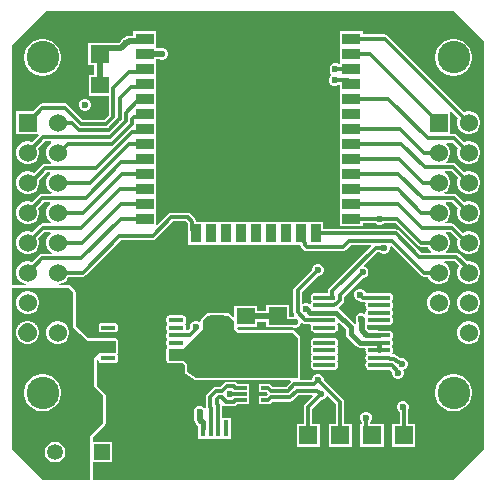
<source format=gtl>
G04*
G04 #@! TF.GenerationSoftware,Altium Limited,Altium Designer,22.3.1 (43)*
G04*
G04 Layer_Physical_Order=1*
G04 Layer_Color=255*
%FSLAX25Y25*%
%MOIN*%
G70*
G04*
G04 #@! TF.SameCoordinates,2B40A856-6C47-4DC4-A76D-FC4A54A6A395*
G04*
G04*
G04 #@! TF.FilePolarity,Positive*
G04*
G01*
G75*
%ADD11C,0.01575*%
%ADD15R,0.05906X0.03543*%
%ADD16R,0.03543X0.05906*%
%ADD17R,0.03543X0.03543*%
%ADD18R,0.04921X0.06693*%
%ADD19O,0.07677X0.01575*%
%ADD20R,0.06127X0.05924*%
%ADD21R,0.05938X0.05534*%
%ADD22R,0.01937X0.01181*%
%ADD23R,0.09055X0.07480*%
%ADD24R,0.07087X0.07480*%
%ADD25R,0.01575X0.05512*%
G04:AMPARAMS|DCode=26|XSize=13.78mil|YSize=49.21mil|CornerRadius=2mil|HoleSize=0mil|Usage=FLASHONLY|Rotation=90.000|XOffset=0mil|YOffset=0mil|HoleType=Round|Shape=RoundedRectangle|*
%AMROUNDEDRECTD26*
21,1,0.01378,0.04522,0,0,90.0*
21,1,0.00978,0.04921,0,0,90.0*
1,1,0.00400,0.02261,0.00489*
1,1,0.00400,0.02261,-0.00489*
1,1,0.00400,-0.02261,-0.00489*
1,1,0.00400,-0.02261,0.00489*
%
%ADD26ROUNDEDRECTD26*%
G04:AMPARAMS|DCode=27|XSize=94.49mil|YSize=133.07mil|CornerRadius=1.89mil|HoleSize=0mil|Usage=FLASHONLY|Rotation=0.000|XOffset=0mil|YOffset=0mil|HoleType=Round|Shape=RoundedRectangle|*
%AMROUNDEDRECTD27*
21,1,0.09449,0.12929,0,0,0.0*
21,1,0.09071,0.13307,0,0,0.0*
1,1,0.00378,0.04535,-0.06465*
1,1,0.00378,-0.04535,-0.06465*
1,1,0.00378,-0.04535,0.06465*
1,1,0.00378,0.04535,0.06465*
%
%ADD27ROUNDEDRECTD27*%
%ADD28R,0.05924X0.06127*%
%ADD44C,0.01968*%
%ADD45C,0.01181*%
%ADD46C,0.01378*%
%ADD47R,0.06024X0.06024*%
%ADD48C,0.06024*%
%ADD49C,0.05315*%
%ADD50R,0.05315X0.05315*%
%ADD51C,0.10827*%
%ADD52C,0.02362*%
%ADD53C,0.01968*%
G36*
X159252Y136811D02*
Y787D01*
X149016Y-9449D01*
X28952D01*
Y-3445D01*
X35531D01*
Y3445D01*
X28952D01*
Y4977D01*
X28952Y4977D01*
X28952Y4977D01*
Y4982D01*
X28956Y4986D01*
X28956Y4986D01*
X30974Y7004D01*
X30974Y7004D01*
X32935Y8965D01*
X32935Y8965D01*
X32992Y9022D01*
X33036Y9088D01*
X33092Y9144D01*
X33122Y9217D01*
X33166Y9283D01*
X33167Y9289D01*
X33219Y9413D01*
X33222Y9418D01*
X33234Y9476D01*
X33259Y9530D01*
X33259Y9530D01*
X33260Y9550D01*
X33268Y9568D01*
X33268Y9647D01*
X33283Y9725D01*
Y18622D01*
X33268Y18699D01*
X33268Y18778D01*
X33248Y18825D01*
X33242Y18876D01*
X33242Y18876D01*
X33228Y18901D01*
X33222Y18929D01*
X33219Y18934D01*
X33219Y18934D01*
X33167Y19058D01*
X33166Y19064D01*
X33122Y19130D01*
X33092Y19203D01*
X33036Y19259D01*
X32992Y19324D01*
X32935Y19381D01*
X32935Y19381D01*
X30330Y21986D01*
Y21991D01*
X30330Y21991D01*
X30330Y21992D01*
Y30558D01*
X30398Y30603D01*
X30953Y30373D01*
X30963Y30326D01*
X31181Y30000D01*
X31508Y29782D01*
X31893Y29705D01*
X36414D01*
X36800Y29782D01*
X37126Y30000D01*
X37344Y30326D01*
X37421Y30712D01*
Y31690D01*
X37344Y32075D01*
X37331Y32095D01*
X37161Y32480D01*
X37331Y32866D01*
X37344Y32886D01*
X37421Y33271D01*
Y34249D01*
X37417Y34269D01*
Y35810D01*
X37421Y35830D01*
Y36808D01*
X37417Y36828D01*
Y36929D01*
X37402Y37007D01*
X37402Y37086D01*
X37371Y37159D01*
X37356Y37236D01*
X37349Y37247D01*
X37331Y37290D01*
X37331Y37290D01*
X37294Y37345D01*
X37282Y37375D01*
X37274Y37386D01*
X37251Y37409D01*
X37157Y37551D01*
X37157Y37551D01*
X37028Y37637D01*
X37013Y37653D01*
X37002Y37658D01*
X36992Y37668D01*
X36981Y37676D01*
X36951Y37688D01*
X36896Y37725D01*
X36896Y37725D01*
X36853Y37742D01*
X36853Y37742D01*
X36842Y37750D01*
X36784Y37761D01*
X36730Y37787D01*
X36730Y37787D01*
X36710Y37788D01*
X36691Y37795D01*
X36612Y37795D01*
X36535Y37811D01*
X36434D01*
X36414Y37815D01*
X31893D01*
X31873Y37811D01*
X27503D01*
X27503Y37811D01*
X27503Y37811D01*
X27498D01*
X27494Y37814D01*
X27494Y37815D01*
X27494Y37815D01*
X25371Y39938D01*
X25371Y39938D01*
X23244Y42065D01*
Y42070D01*
X23244Y42070D01*
X23244Y42070D01*
Y53267D01*
X23228Y53345D01*
X23228Y53424D01*
X23198Y53497D01*
X23183Y53575D01*
X23179Y53579D01*
X23128Y53704D01*
X23127Y53710D01*
X23083Y53776D01*
X23052Y53849D01*
X22997Y53904D01*
X22953Y53970D01*
X22896Y54027D01*
X22896Y54027D01*
X21743Y55179D01*
X21743Y55180D01*
X21687Y55236D01*
X21621Y55280D01*
X21565Y55336D01*
X21492Y55366D01*
X21426Y55410D01*
X21420Y55411D01*
X21296Y55463D01*
X21291Y55466D01*
X21233Y55478D01*
X21179Y55503D01*
X21179Y55503D01*
X21159Y55504D01*
X21141Y55512D01*
X21062Y55512D01*
X20984Y55527D01*
X17858D01*
X17792Y56027D01*
X18671Y56263D01*
X19537Y56763D01*
X20245Y57470D01*
X20745Y58337D01*
X20762Y58398D01*
X25551D01*
X26089Y58505D01*
X26545Y58810D01*
X38338Y70603D01*
X48898D01*
X49435Y70710D01*
X49891Y71014D01*
X55739Y76863D01*
X59969D01*
X60623Y76209D01*
Y74016D01*
X60650Y73880D01*
Y69095D01*
X98201D01*
Y69001D01*
X98308Y68463D01*
X98613Y68007D01*
X99305Y67315D01*
X99761Y67011D01*
X100298Y66904D01*
X112285D01*
X112822Y67011D01*
X113278Y67315D01*
X115030Y69068D01*
X121545D01*
X121737Y68606D01*
X107668Y54537D01*
X107363Y54081D01*
X107256Y53543D01*
Y53013D01*
X103150D01*
X102535Y52891D01*
X102014Y52543D01*
X101666Y52022D01*
X101544Y51407D01*
X101666Y50793D01*
X101842Y50529D01*
X101974Y50157D01*
X101842Y49786D01*
X101666Y49522D01*
X101656Y49472D01*
X101115Y49307D01*
X100392Y49606D01*
X99608D01*
X99149Y49416D01*
X98649Y49724D01*
Y53355D01*
X103955Y58661D01*
X104329D01*
X105052Y58961D01*
X105606Y59515D01*
X105905Y60238D01*
Y61022D01*
X105606Y61745D01*
X105052Y62299D01*
X104329Y62598D01*
X103545D01*
X102822Y62299D01*
X102268Y61745D01*
X101969Y61022D01*
Y60648D01*
X96251Y54930D01*
X95946Y54475D01*
X95839Y53937D01*
Y46532D01*
X95946Y45995D01*
X96116Y45740D01*
X95930Y45278D01*
X95892Y45236D01*
X95880Y45226D01*
X95579Y45101D01*
X94402D01*
Y49022D01*
X86700D01*
Y46979D01*
X83678D01*
Y48727D01*
X76165D01*
Y45112D01*
X75703Y44921D01*
X74696Y45927D01*
X74696Y45928D01*
X74639Y45984D01*
X74574Y46028D01*
X74518Y46084D01*
X74445Y46114D01*
X74379Y46158D01*
X74373Y46159D01*
X74249Y46211D01*
X74244Y46214D01*
X74185Y46226D01*
X74131Y46251D01*
X74131Y46251D01*
X74112Y46252D01*
X74094Y46260D01*
X74014Y46260D01*
X73937Y46275D01*
X73524D01*
Y46457D01*
X67028D01*
Y46204D01*
X66978Y46170D01*
X66905Y46140D01*
X66821Y46084D01*
X66765Y46028D01*
X66699Y45984D01*
X65293Y44578D01*
X65293Y44578D01*
X65236Y44521D01*
X65192Y44456D01*
X65136Y44400D01*
X65106Y44327D01*
X65062Y44261D01*
X65061Y44255D01*
X65010Y44131D01*
X65006Y44126D01*
X64995Y44067D01*
X64969Y44013D01*
X64969Y44013D01*
X64968Y43994D01*
X64961Y43975D01*
X64961Y43896D01*
X64945Y43819D01*
Y43610D01*
X64445Y43424D01*
X63777Y43701D01*
X62994D01*
X62271Y43401D01*
X61717Y42847D01*
X61417Y42124D01*
Y41341D01*
X61486Y41174D01*
X60854Y40542D01*
X60391Y40569D01*
X60059Y40948D01*
Y41926D01*
X59982Y42311D01*
X59969Y42331D01*
X59799Y42717D01*
X59969Y43102D01*
X59982Y43122D01*
X60059Y43507D01*
Y44485D01*
X59982Y44870D01*
X59764Y45197D01*
X59437Y45415D01*
X59052Y45492D01*
X54531D01*
X54145Y45415D01*
X53819Y45197D01*
X53601Y44870D01*
X53524Y44485D01*
Y43507D01*
X53601Y43122D01*
X53614Y43102D01*
X53784Y42717D01*
X53614Y42331D01*
X53601Y42311D01*
X53524Y41926D01*
Y40948D01*
X53601Y40563D01*
X53614Y40543D01*
X53784Y40157D01*
X53614Y39772D01*
X53601Y39752D01*
X53524Y39367D01*
Y38389D01*
X53601Y38004D01*
X53614Y37984D01*
X53784Y37598D01*
X53614Y37213D01*
X53601Y37193D01*
X53524Y36808D01*
Y35830D01*
X53601Y35445D01*
X53614Y35425D01*
X53784Y35039D01*
X53614Y34654D01*
X53601Y34634D01*
X53524Y34249D01*
Y33271D01*
X53528Y33251D01*
Y31710D01*
X53524Y31690D01*
Y30712D01*
X53528Y30692D01*
Y30506D01*
X53543Y30428D01*
X53543Y30349D01*
X53574Y30276D01*
X53589Y30198D01*
X53596Y30187D01*
X53614Y30144D01*
X53614Y30144D01*
X53651Y30089D01*
X53663Y30059D01*
X53671Y30048D01*
X53693Y30026D01*
X53788Y29884D01*
X53788Y29884D01*
X53917Y29798D01*
X53932Y29781D01*
X53943Y29776D01*
X53953Y29766D01*
X53964Y29759D01*
X53994Y29746D01*
X54049Y29710D01*
X54049Y29710D01*
X54092Y29692D01*
X54092Y29692D01*
X54103Y29685D01*
X54161Y29673D01*
X54215Y29648D01*
X54215Y29648D01*
X54235Y29647D01*
X54253Y29639D01*
X54332Y29639D01*
X54410Y29624D01*
X58999D01*
X58999Y29624D01*
X59000Y29624D01*
X59005D01*
X59009Y29620D01*
X59009Y29620D01*
X59629Y28999D01*
X59624Y26646D01*
X59627Y26636D01*
X59626Y26574D01*
X59640Y26507D01*
X59640Y26490D01*
X59642Y26479D01*
X59646Y26469D01*
X59648Y26392D01*
X59674Y26333D01*
X59687Y26267D01*
X59687Y26266D01*
X59687Y26266D01*
X59687Y26266D01*
X59689Y26262D01*
X59738Y26188D01*
X59774Y26106D01*
X59777Y26102D01*
X59777Y26102D01*
X59777Y26101D01*
X59826Y26055D01*
X59862Y26001D01*
X59926Y25958D01*
X59933Y25949D01*
X59940Y25942D01*
X59954Y25933D01*
X60004Y25886D01*
X60004Y25885D01*
X60004Y25885D01*
X60057Y25852D01*
X60064Y25845D01*
X60075Y25838D01*
X60075Y25838D01*
X60075Y25838D01*
X62917Y24038D01*
X62936Y24031D01*
X62937Y24030D01*
X62983Y24012D01*
X63039Y23975D01*
X63059Y23967D01*
X63146Y23949D01*
X63229Y23917D01*
X63250Y23914D01*
X63317Y23915D01*
X63366Y23906D01*
X63368Y23906D01*
X63388Y23902D01*
X94769D01*
X94976Y23402D01*
X93361Y21787D01*
X88960D01*
X88493Y22253D01*
X88038Y22558D01*
X87717Y22622D01*
Y22638D01*
X87636D01*
X87500Y22665D01*
X85961D01*
X85825Y22638D01*
X84205D01*
Y19882D01*
X85825D01*
X85961Y19855D01*
X86918D01*
X87140Y19633D01*
X87330Y19291D01*
X87140Y18950D01*
X86918Y18728D01*
X85961D01*
X85825Y18701D01*
X84205D01*
Y15945D01*
X85825D01*
X85961Y15918D01*
X87500D01*
X87636Y15945D01*
X87717D01*
Y15961D01*
X88038Y16025D01*
X88493Y16329D01*
X88960Y16796D01*
X94847D01*
X95384Y16903D01*
X95840Y17207D01*
X97605Y18972D01*
X102159D01*
X102350Y18511D01*
X99794Y15954D01*
X99489Y15498D01*
X99382Y14961D01*
Y9264D01*
X96937D01*
Y1766D01*
X104638D01*
Y9264D01*
X102192D01*
Y14379D01*
X105099Y17285D01*
X105472D01*
X106195Y17585D01*
X106749Y18138D01*
X106858Y18401D01*
X107448Y18518D01*
X110012Y15954D01*
Y9264D01*
X107566D01*
Y1766D01*
X115268D01*
Y9264D01*
X112822D01*
Y16535D01*
X112715Y17073D01*
X112411Y17529D01*
X105905Y24034D01*
Y24407D01*
X105606Y25131D01*
X105052Y25685D01*
X104329Y25984D01*
X103545D01*
X102822Y25685D01*
X102268Y25131D01*
X101969Y24407D01*
Y23964D01*
X98276D01*
X98090Y24152D01*
X98064Y24193D01*
X97971Y24454D01*
X97986Y24477D01*
X97994Y24517D01*
X98024Y24590D01*
X98032Y24627D01*
Y24651D01*
X98035Y24662D01*
X98032Y24702D01*
Y24706D01*
X98047Y24784D01*
Y38110D01*
X98032Y38188D01*
X98031Y38267D01*
X98001Y38340D01*
X97986Y38417D01*
X97983Y38422D01*
X97931Y38546D01*
X97930Y38552D01*
X97886Y38618D01*
X97856Y38691D01*
X97800Y38747D01*
X97756Y38813D01*
X96350Y40219D01*
X96350Y40219D01*
X96293Y40276D01*
X96227Y40319D01*
X96171Y40375D01*
X96098Y40406D01*
X96032Y40450D01*
X96026Y40451D01*
X95902Y40502D01*
X95898Y40505D01*
X95839Y40517D01*
X95785Y40543D01*
X95785Y40543D01*
X95765Y40544D01*
X95747Y40551D01*
X95668Y40551D01*
X95590Y40567D01*
X77665D01*
X77665Y40567D01*
X77665Y40567D01*
X77601Y40567D01*
X77601Y40567D01*
X77596D01*
X77593Y40570D01*
X77592Y40570D01*
X77045Y41118D01*
X77252Y41618D01*
X83678D01*
Y43366D01*
X86700D01*
Y41523D01*
X92354D01*
X92529Y41489D01*
X95467D01*
X95915Y41303D01*
X96698D01*
X97421Y41603D01*
X97975Y42157D01*
X98253Y42829D01*
X98737Y43053D01*
X98800Y42989D01*
X99256Y42685D01*
X99794Y42578D01*
X101436D01*
X101704Y42078D01*
X101666Y42022D01*
X101544Y41407D01*
X101666Y40793D01*
X102014Y40272D01*
X102535Y39924D01*
X103150Y39802D01*
X109252D01*
X109866Y39924D01*
X110387Y40272D01*
X110735Y40793D01*
X110858Y41407D01*
X110735Y42022D01*
X110559Y42286D01*
X110472Y42532D01*
X110703Y42967D01*
X111195Y43035D01*
X113328Y40901D01*
Y39397D01*
X113328Y39397D01*
X113451Y38782D01*
X113799Y38261D01*
X116788Y35272D01*
X117309Y34924D01*
X117923Y34802D01*
X117923Y34802D01*
X119605D01*
X119930Y34302D01*
X119851Y33907D01*
X119973Y33293D01*
X120150Y33029D01*
X120281Y32658D01*
X120150Y32286D01*
X119973Y32022D01*
X119851Y31407D01*
X119973Y30793D01*
X120150Y30529D01*
X120281Y30158D01*
X120150Y29786D01*
X119973Y29522D01*
X119851Y28907D01*
X119973Y28293D01*
X120321Y27772D01*
X120842Y27424D01*
X121457Y27302D01*
X127559D01*
X128025Y27395D01*
X128740Y26679D01*
Y25986D01*
X129040Y25263D01*
X129594Y24709D01*
X130317Y24409D01*
X131100D01*
X131824Y24709D01*
X132378Y25263D01*
X132677Y25986D01*
Y26770D01*
X132439Y27345D01*
X133064Y27604D01*
X133618Y28158D01*
X133918Y28881D01*
Y29664D01*
X133618Y30388D01*
X133064Y30942D01*
X132341Y31241D01*
X131558D01*
X131369Y31163D01*
X131301Y31177D01*
X130411Y32066D01*
X129956Y32371D01*
X129418Y32478D01*
X129085D01*
X128841Y32959D01*
X128866Y33029D01*
X129042Y33293D01*
X129165Y33907D01*
X129042Y34522D01*
X128866Y34786D01*
X128735Y35157D01*
X128866Y35529D01*
X129042Y35793D01*
X129165Y36408D01*
X129042Y37022D01*
X128866Y37286D01*
X128735Y37657D01*
X128866Y38029D01*
X129042Y38293D01*
X129165Y38908D01*
X129042Y39522D01*
X128694Y40043D01*
X128173Y40391D01*
X127559Y40513D01*
X121156D01*
X120386Y41283D01*
Y42199D01*
X120761Y42400D01*
X120886Y42415D01*
X121457Y42302D01*
X127559D01*
X128173Y42424D01*
X128694Y42772D01*
X129042Y43293D01*
X129165Y43907D01*
X129042Y44522D01*
X128866Y44786D01*
X128735Y45158D01*
X128866Y45529D01*
X129042Y45793D01*
X129165Y46407D01*
X129042Y47022D01*
X128866Y47286D01*
X128735Y47657D01*
X128866Y48029D01*
X129042Y48293D01*
X129165Y48908D01*
X129042Y49522D01*
X128866Y49786D01*
X128735Y50157D01*
X128866Y50529D01*
X129042Y50793D01*
X129165Y51407D01*
X129042Y52022D01*
X128694Y52543D01*
X128173Y52891D01*
X127559Y53013D01*
X121457D01*
X120842Y52891D01*
X120725Y52812D01*
X120054D01*
X119779Y53477D01*
X119225Y54031D01*
X118502Y54331D01*
X117719D01*
X116995Y54031D01*
X116441Y53477D01*
X116142Y52754D01*
Y51971D01*
X116441Y51247D01*
X116995Y50693D01*
X117719Y50394D01*
X118102D01*
X118527Y50109D01*
X119065Y50002D01*
X119714D01*
X119979Y49591D01*
X119969Y49503D01*
X119851Y48908D01*
X119973Y48293D01*
X120150Y48029D01*
X120281Y47657D01*
X120150Y47286D01*
X119973Y47022D01*
X119851Y46407D01*
X119858Y46375D01*
X119413Y46045D01*
X118895Y46260D01*
X118112D01*
X117389Y45960D01*
X116835Y45406D01*
X116535Y44683D01*
Y43900D01*
X116773Y43327D01*
Y42689D01*
X116696Y42636D01*
X116069Y42702D01*
X116069Y42702D01*
X111228Y47543D01*
X111107Y47624D01*
Y48225D01*
X111142Y48249D01*
X112411Y49517D01*
X112715Y49973D01*
X112822Y50511D01*
Y51780D01*
X118916Y57874D01*
X119289D01*
X120013Y58174D01*
X120566Y58727D01*
X120866Y59451D01*
Y60234D01*
X120566Y60958D01*
X120013Y61511D01*
X119525Y61713D01*
X119378Y62273D01*
X123808Y66703D01*
X124398D01*
X124869Y66232D01*
X125593Y65932D01*
X126376D01*
X127099Y66232D01*
X127653Y66786D01*
X127953Y67509D01*
Y68292D01*
X127899Y68423D01*
X128322Y68706D01*
X138219Y58810D01*
X138675Y58505D01*
X139213Y58398D01*
X140656D01*
X140672Y58337D01*
X141173Y57470D01*
X141880Y56763D01*
X142746Y56263D01*
X143712Y56004D01*
X144713D01*
X145679Y56263D01*
X146545Y56763D01*
X147253Y57470D01*
X147753Y58337D01*
X148012Y59303D01*
Y60303D01*
X147753Y61270D01*
X147253Y62136D01*
X146545Y62843D01*
X146177Y63056D01*
X146311Y63556D01*
X149615D01*
X151122Y62049D01*
X150672Y61270D01*
X150413Y60303D01*
Y59303D01*
X150672Y58337D01*
X151172Y57470D01*
X151880Y56763D01*
X152746Y56263D01*
X153712Y56004D01*
X154713D01*
X155679Y56263D01*
X156545Y56763D01*
X157253Y57470D01*
X157753Y58337D01*
X158012Y59303D01*
Y60303D01*
X157753Y61270D01*
X157253Y62136D01*
X156545Y62843D01*
X155679Y63343D01*
X154713Y63602D01*
X153712D01*
X153578Y63566D01*
X151190Y65954D01*
X150734Y66259D01*
X150197Y66366D01*
X146793D01*
X146648Y66866D01*
X147253Y67470D01*
X147753Y68337D01*
X148012Y69303D01*
Y70303D01*
X147753Y71270D01*
X147253Y72136D01*
X146545Y72843D01*
X146450Y72898D01*
X146584Y73398D01*
X148040D01*
X150566Y70872D01*
X150413Y70303D01*
Y69303D01*
X150672Y68337D01*
X151172Y67470D01*
X151880Y66763D01*
X152746Y66263D01*
X153712Y66004D01*
X154713D01*
X155679Y66263D01*
X156545Y66763D01*
X157253Y67470D01*
X157753Y68337D01*
X158012Y69303D01*
Y70303D01*
X157753Y71270D01*
X157253Y72136D01*
X156545Y72843D01*
X155679Y73343D01*
X154713Y73602D01*
X153712D01*
X152746Y73343D01*
X152317Y73096D01*
X149616Y75797D01*
X149160Y76101D01*
X148622Y76208D01*
X146584D01*
X146450Y76708D01*
X146545Y76763D01*
X147253Y77470D01*
X147753Y78337D01*
X148012Y79303D01*
Y80303D01*
X147753Y81270D01*
X147253Y82136D01*
X146648Y82741D01*
X146793Y83241D01*
X148788D01*
X150704Y81325D01*
X150672Y81270D01*
X150413Y80303D01*
Y79303D01*
X150672Y78337D01*
X151172Y77470D01*
X151880Y76763D01*
X152746Y76263D01*
X153712Y76004D01*
X154713D01*
X155679Y76263D01*
X156545Y76763D01*
X157253Y77470D01*
X157753Y78337D01*
X158012Y79303D01*
Y80303D01*
X157753Y81270D01*
X157253Y82136D01*
X156545Y82843D01*
X155679Y83343D01*
X154713Y83602D01*
X153712D01*
X152746Y83343D01*
X152691Y83312D01*
X150364Y85639D01*
X149908Y85944D01*
X149370Y86051D01*
X146311D01*
X146177Y86551D01*
X146545Y86763D01*
X147253Y87470D01*
X147753Y88337D01*
X148012Y89303D01*
Y90303D01*
X147753Y91270D01*
X147253Y92136D01*
X146545Y92843D01*
X146314Y92977D01*
X146448Y93477D01*
X148552D01*
X150704Y91325D01*
X150672Y91270D01*
X150413Y90303D01*
Y89303D01*
X150672Y88337D01*
X151172Y87470D01*
X151880Y86763D01*
X152746Y86263D01*
X153712Y86004D01*
X154713D01*
X155679Y86263D01*
X156545Y86763D01*
X157253Y87470D01*
X157753Y88337D01*
X158012Y89303D01*
Y90303D01*
X157753Y91270D01*
X157253Y92136D01*
X156545Y92843D01*
X155679Y93343D01*
X154713Y93602D01*
X153712D01*
X152746Y93343D01*
X152691Y93312D01*
X150127Y95875D01*
X149671Y96180D01*
X149134Y96287D01*
X146673D01*
X146579Y96636D01*
X146569Y96787D01*
X147253Y97470D01*
X147753Y98337D01*
X148012Y99303D01*
Y100303D01*
X147753Y101270D01*
X147253Y102136D01*
X146766Y102623D01*
X146973Y103123D01*
X148906D01*
X150704Y101325D01*
X150672Y101270D01*
X150413Y100303D01*
Y99303D01*
X150672Y98337D01*
X151172Y97470D01*
X151880Y96763D01*
X152746Y96263D01*
X153712Y96004D01*
X154713D01*
X155679Y96263D01*
X156545Y96763D01*
X157253Y97470D01*
X157753Y98337D01*
X158012Y99303D01*
Y100303D01*
X157753Y101270D01*
X157253Y102136D01*
X156545Y102843D01*
X155679Y103343D01*
X154713Y103602D01*
X153712D01*
X152746Y103343D01*
X152691Y103312D01*
X150482Y105521D01*
X150026Y105826D01*
X149488Y105932D01*
X148482D01*
X148012Y106004D01*
Y113310D01*
X148512Y113517D01*
X150704Y111325D01*
X150672Y111270D01*
X150413Y110303D01*
Y109303D01*
X150672Y108337D01*
X151172Y107470D01*
X151880Y106763D01*
X152746Y106263D01*
X153712Y106004D01*
X154713D01*
X155679Y106263D01*
X156545Y106763D01*
X157253Y107470D01*
X157753Y108337D01*
X158012Y109303D01*
Y110303D01*
X157753Y111270D01*
X157253Y112136D01*
X156545Y112843D01*
X155679Y113344D01*
X154713Y113602D01*
X153712D01*
X152746Y113344D01*
X152691Y113312D01*
X127253Y138749D01*
X126797Y139054D01*
X126260Y139161D01*
X118898D01*
Y140315D01*
X111417D01*
Y135197D01*
Y129475D01*
X111125Y129318D01*
X110917Y129245D01*
X110234Y129528D01*
X109451D01*
X108727Y129228D01*
X108174Y128674D01*
X107874Y127951D01*
Y127167D01*
X108174Y126444D01*
X108502Y126116D01*
X108529Y125614D01*
X108454Y125510D01*
X107977Y125032D01*
X107677Y124309D01*
Y123526D01*
X107977Y122802D01*
X108531Y122248D01*
X109254Y121949D01*
X110037D01*
X110761Y122248D01*
X110917Y122405D01*
X111417Y122253D01*
Y120197D01*
Y115197D01*
Y110197D01*
Y105197D01*
Y100197D01*
Y95197D01*
Y90197D01*
Y85197D01*
Y80197D01*
Y75197D01*
X118898D01*
Y76351D01*
X123227D01*
X123491Y76087D01*
X124215Y75787D01*
X124998D01*
X125721Y76087D01*
X125985Y76351D01*
X129733D01*
X137274Y68810D01*
X137730Y68505D01*
X138268Y68398D01*
X140656D01*
X140672Y68337D01*
X141173Y67470D01*
X141777Y66866D01*
X141632Y66366D01*
X138377D01*
X130915Y73828D01*
X130459Y74133D01*
X129921Y74240D01*
X105768D01*
Y76575D01*
X63433D01*
Y76791D01*
X63326Y77329D01*
X63021Y77785D01*
X61545Y79261D01*
X61089Y79566D01*
X60551Y79673D01*
X55158D01*
X54620Y79566D01*
X54164Y79261D01*
X50500Y75597D01*
X50000Y75804D01*
Y80197D01*
Y85197D01*
Y90197D01*
Y95197D01*
Y100197D01*
Y105197D01*
Y110197D01*
Y115197D01*
Y120197D01*
Y125197D01*
Y130949D01*
X51130D01*
X51616Y130748D01*
X52399D01*
X53123Y131048D01*
X53677Y131602D01*
X53976Y132325D01*
Y133108D01*
X53677Y133832D01*
X53123Y134385D01*
X52399Y134685D01*
X51616D01*
X51320Y134562D01*
X50000D01*
Y140315D01*
X42520D01*
Y138775D01*
X41012D01*
X40321Y138637D01*
X39735Y138246D01*
X39616Y138127D01*
X39042Y137889D01*
X38489Y137336D01*
X38402Y137126D01*
X37734Y136458D01*
X33277D01*
X33102Y136423D01*
X27448D01*
Y128925D01*
X29493D01*
Y125705D01*
X27543D01*
Y118596D01*
X34422D01*
Y112264D01*
X33887Y111729D01*
X33833Y111693D01*
X32797Y110657D01*
X25779D01*
X20678Y115757D01*
X20223Y116062D01*
X19685Y116169D01*
X12165D01*
X11628Y116062D01*
X11172Y115757D01*
X9017Y113602D01*
X3405D01*
Y106004D01*
X10712D01*
X10919Y105504D01*
X8726Y103312D01*
X8671Y103343D01*
X7705Y103602D01*
X6705D01*
X5738Y103343D01*
X4872Y102843D01*
X4165Y102136D01*
X3664Y101270D01*
X3405Y100303D01*
Y99303D01*
X3664Y98337D01*
X4165Y97470D01*
X4872Y96763D01*
X5738Y96263D01*
X6705Y96004D01*
X7705D01*
X8671Y96263D01*
X9538Y96763D01*
X10245Y97470D01*
X10745Y98337D01*
X11004Y99303D01*
Y100303D01*
X10745Y101270D01*
X10713Y101325D01*
X12905Y103516D01*
X15038D01*
X15172Y103016D01*
X14872Y102843D01*
X14165Y102136D01*
X13664Y101270D01*
X13406Y100303D01*
Y99303D01*
X13664Y98337D01*
X14165Y97470D01*
X14872Y96763D01*
X15172Y96590D01*
X15038Y96090D01*
X13189D01*
X12651Y95983D01*
X12195Y95679D01*
X9425Y92908D01*
X8671Y93343D01*
X7705Y93602D01*
X6705D01*
X5738Y93343D01*
X4872Y92843D01*
X4165Y92136D01*
X3664Y91270D01*
X3405Y90303D01*
Y89303D01*
X3664Y88337D01*
X4165Y87470D01*
X4872Y86763D01*
X5738Y86263D01*
X6705Y86004D01*
X7705D01*
X8671Y86263D01*
X9538Y86763D01*
X10245Y87470D01*
X10745Y88337D01*
X11004Y89303D01*
Y90303D01*
X10960Y90469D01*
X13771Y93280D01*
X14719D01*
X14809Y92780D01*
X14165Y92136D01*
X13664Y91270D01*
X13406Y90303D01*
Y89303D01*
X13664Y88337D01*
X14165Y87470D01*
X14872Y86763D01*
X15240Y86551D01*
X15106Y86051D01*
X12047D01*
X11510Y85944D01*
X11054Y85639D01*
X8726Y83312D01*
X8671Y83343D01*
X7705Y83602D01*
X6705D01*
X5738Y83343D01*
X4872Y82843D01*
X4165Y82136D01*
X3664Y81270D01*
X3405Y80303D01*
Y79303D01*
X3664Y78337D01*
X4165Y77470D01*
X4872Y76763D01*
X5738Y76263D01*
X6705Y76004D01*
X7705D01*
X8671Y76263D01*
X9538Y76763D01*
X10245Y77470D01*
X10745Y78337D01*
X11004Y79303D01*
Y80303D01*
X10745Y81270D01*
X10713Y81325D01*
X12629Y83241D01*
X14624D01*
X14769Y82741D01*
X14165Y82136D01*
X13664Y81270D01*
X13406Y80303D01*
Y79303D01*
X13664Y78337D01*
X14165Y77470D01*
X14872Y76763D01*
X14967Y76708D01*
X14833Y76208D01*
X12205D01*
X11667Y76101D01*
X11211Y75797D01*
X8726Y73312D01*
X8671Y73343D01*
X7705Y73602D01*
X6705D01*
X5738Y73343D01*
X4872Y72843D01*
X4165Y72136D01*
X3664Y71270D01*
X3405Y70303D01*
Y69303D01*
X3664Y68337D01*
X4165Y67470D01*
X4872Y66763D01*
X5738Y66263D01*
X6705Y66004D01*
X7705D01*
X8671Y66263D01*
X9538Y66763D01*
X10245Y67470D01*
X10745Y68337D01*
X11004Y69303D01*
Y70303D01*
X10745Y71270D01*
X10713Y71325D01*
X12787Y73398D01*
X14833D01*
X14967Y72898D01*
X14872Y72843D01*
X14165Y72136D01*
X13664Y71270D01*
X13406Y70303D01*
Y69303D01*
X13664Y68337D01*
X14165Y67470D01*
X14872Y66763D01*
X15376Y66472D01*
X15242Y65972D01*
X11969D01*
X11431Y65865D01*
X10975Y65560D01*
X8726Y63312D01*
X8671Y63343D01*
X7705Y63602D01*
X6705D01*
X5738Y63343D01*
X4872Y62843D01*
X4165Y62136D01*
X3664Y61270D01*
X3405Y60303D01*
Y59303D01*
X3664Y58337D01*
X4165Y57470D01*
X4872Y56763D01*
X5738Y56263D01*
X6618Y56027D01*
X6552Y55527D01*
X1969D01*
Y135433D01*
X13386Y146850D01*
X149213D01*
X159252Y136811D01*
D02*
G37*
G36*
X73858Y45472D02*
X73937D01*
X73937Y45472D01*
X73942Y45469D01*
X74066Y45418D01*
X74071Y45417D01*
X74072Y45417D01*
X74072Y45417D01*
X74128Y45360D01*
X74128Y45360D01*
X75984Y43504D01*
Y41043D01*
X77165Y39862D01*
X77165Y39764D01*
X77601Y39764D01*
X77601Y39764D01*
X77665Y39764D01*
X95511D01*
X95511Y39764D01*
X95590D01*
X95590Y39764D01*
X95595Y39761D01*
X95719Y39709D01*
X95725Y39708D01*
X95725Y39708D01*
X95725Y39708D01*
X95782Y39651D01*
X95782Y39651D01*
X97132Y38301D01*
X97132Y38301D01*
X97188Y38245D01*
X97188Y38245D01*
X97189Y38239D01*
X97241Y38115D01*
X97244Y38110D01*
X97244Y38110D01*
Y38031D01*
X97244Y38031D01*
Y24792D01*
X97226Y24722D01*
X97219Y24705D01*
X63399D01*
X63367Y24710D01*
X63337Y24723D01*
X60505Y26516D01*
X60505Y26516D01*
X60494Y26523D01*
X60486Y26530D01*
X60486Y26531D01*
X60486Y26531D01*
X60438Y26561D01*
X60433Y26569D01*
X60429Y26577D01*
X60429Y26634D01*
X60427Y26645D01*
X60433Y29331D01*
X59337Y30426D01*
X54798D01*
X54331Y30584D01*
X54331Y30585D01*
Y34190D01*
X54367Y34372D01*
X54401Y34449D01*
X59252D01*
X65748Y40945D01*
Y43740D01*
X65748Y43740D01*
Y43819D01*
X65748Y43819D01*
X65751Y43824D01*
X65803Y43948D01*
X65804Y43953D01*
X65804Y43953D01*
X65804Y43954D01*
X65861Y44010D01*
X65861Y44010D01*
X67211Y45361D01*
X67211Y45361D01*
X67267Y45417D01*
X67333Y45461D01*
X67333Y45461D01*
X67351Y45472D01*
X73858D01*
X73858Y45472D01*
D02*
G37*
G36*
X20905Y54724D02*
X20984D01*
X20984Y54724D01*
X20989Y54721D01*
X21113Y54670D01*
X21118Y54669D01*
X21119Y54668D01*
X21119Y54668D01*
X21176Y54612D01*
X21176Y54612D01*
X22328Y53459D01*
X22328Y53459D01*
X22385Y53403D01*
X22385Y53402D01*
X22385Y53402D01*
X22386Y53396D01*
X22438Y53272D01*
X22441Y53267D01*
X22441Y53267D01*
Y41732D01*
X24803Y39370D01*
X24803Y39370D01*
X26926Y37247D01*
X26926Y37247D01*
X26926Y37247D01*
X27165Y37008D01*
X36147D01*
X36614Y36850D01*
X36614Y36850D01*
Y33330D01*
X36578Y33147D01*
X36544Y33071D01*
X31299D01*
X29528Y31299D01*
Y21654D01*
X32368Y18813D01*
X32424Y18757D01*
X32424Y18757D01*
X32424Y18757D01*
X32426Y18751D01*
X32477Y18627D01*
X32480Y18622D01*
X32480Y18622D01*
Y9804D01*
X32480Y9804D01*
Y9725D01*
X32480Y9725D01*
X32477Y9720D01*
X32426Y9596D01*
X32425Y9590D01*
X32424Y9590D01*
X32424Y9590D01*
X32368Y9533D01*
X32368Y9533D01*
X30406Y7572D01*
X30406Y7572D01*
X28389Y5554D01*
X28389Y5554D01*
X28150Y5315D01*
Y3445D01*
Y-3445D01*
Y-9449D01*
X12205D01*
X1969Y787D01*
Y54724D01*
X20905D01*
X20905Y54724D01*
D02*
G37*
%LPC*%
G36*
X12815Y137697D02*
X11594D01*
X10396Y137459D01*
X9268Y136991D01*
X8252Y136313D01*
X7388Y135449D01*
X6710Y134433D01*
X6242Y133305D01*
X6004Y132107D01*
Y130885D01*
X6242Y129687D01*
X6710Y128559D01*
X7388Y127543D01*
X8252Y126680D01*
X9268Y126001D01*
X10396Y125533D01*
X11594Y125295D01*
X12815D01*
X14014Y125533D01*
X15142Y126001D01*
X16158Y126680D01*
X17021Y127543D01*
X17700Y128559D01*
X18167Y129687D01*
X18406Y130885D01*
Y132107D01*
X18167Y133305D01*
X17700Y134433D01*
X17021Y135449D01*
X16158Y136313D01*
X15142Y136991D01*
X14014Y137459D01*
X12815Y137697D01*
D02*
G37*
G36*
X149823Y137697D02*
X148602D01*
X147404Y137459D01*
X146275Y136991D01*
X145260Y136313D01*
X144396Y135449D01*
X143717Y134433D01*
X143250Y133305D01*
X143012Y132107D01*
Y130885D01*
X143250Y129687D01*
X143717Y128559D01*
X144396Y127543D01*
X145260Y126680D01*
X146275Y126001D01*
X147404Y125533D01*
X148602Y125295D01*
X149823D01*
X151021Y125533D01*
X152150Y126001D01*
X153165Y126680D01*
X154029Y127543D01*
X154708Y128559D01*
X155175Y129687D01*
X155413Y130885D01*
Y132107D01*
X155175Y133305D01*
X154708Y134433D01*
X154029Y135449D01*
X153165Y136313D01*
X152150Y136991D01*
X151021Y137459D01*
X149823Y137697D01*
D02*
G37*
G36*
X26741Y117717D02*
X25958D01*
X25234Y117417D01*
X24680Y116863D01*
X24381Y116140D01*
Y115357D01*
X24680Y114633D01*
X25234Y114079D01*
X25958Y113779D01*
X26741D01*
X27464Y114079D01*
X28018Y114633D01*
X28318Y115357D01*
Y116140D01*
X28018Y116863D01*
X27464Y117417D01*
X26741Y117717D01*
D02*
G37*
G36*
X154713Y53602D02*
X153712D01*
X152746Y53343D01*
X151880Y52843D01*
X151172Y52136D01*
X150672Y51270D01*
X150413Y50303D01*
Y49303D01*
X150672Y48337D01*
X151172Y47470D01*
X151880Y46763D01*
X152746Y46263D01*
X153712Y46004D01*
X154713D01*
X155679Y46263D01*
X156545Y46763D01*
X157253Y47470D01*
X157753Y48337D01*
X158012Y49303D01*
Y50303D01*
X157753Y51270D01*
X157253Y52136D01*
X156545Y52843D01*
X155679Y53343D01*
X154713Y53602D01*
D02*
G37*
G36*
X144713D02*
X143712D01*
X142746Y53343D01*
X141880Y52843D01*
X141173Y52136D01*
X140672Y51270D01*
X140413Y50303D01*
Y49303D01*
X140672Y48337D01*
X141173Y47470D01*
X141880Y46763D01*
X142746Y46263D01*
X143712Y46004D01*
X144713D01*
X145679Y46263D01*
X146545Y46763D01*
X147253Y47470D01*
X147753Y48337D01*
X148012Y49303D01*
Y50303D01*
X147753Y51270D01*
X147253Y52136D01*
X146545Y52843D01*
X145679Y53343D01*
X144713Y53602D01*
D02*
G37*
G36*
X36414Y42933D02*
X31893D01*
X31508Y42856D01*
X31181Y42638D01*
X30963Y42311D01*
X30886Y41926D01*
Y40948D01*
X30963Y40563D01*
X31181Y40236D01*
X31508Y40018D01*
X31893Y39941D01*
X36414D01*
X36800Y40018D01*
X37126Y40236D01*
X37344Y40563D01*
X37421Y40948D01*
Y41926D01*
X37344Y42311D01*
X37126Y42638D01*
X36800Y42856D01*
X36414Y42933D01*
D02*
G37*
G36*
X154713Y43602D02*
X153712D01*
X152746Y43343D01*
X151880Y42843D01*
X151172Y42136D01*
X150672Y41270D01*
X150413Y40303D01*
Y39303D01*
X150672Y38337D01*
X151172Y37470D01*
X151880Y36763D01*
X152746Y36263D01*
X153712Y36004D01*
X154713D01*
X155679Y36263D01*
X156545Y36763D01*
X157253Y37470D01*
X157753Y38337D01*
X158012Y39303D01*
Y40303D01*
X157753Y41270D01*
X157253Y42136D01*
X156545Y42843D01*
X155679Y43343D01*
X154713Y43602D01*
D02*
G37*
G36*
X109252Y38013D02*
X103150D01*
X102535Y37891D01*
X102014Y37543D01*
X101666Y37022D01*
X101544Y36408D01*
X101666Y35793D01*
X101842Y35529D01*
X101974Y35157D01*
X101842Y34786D01*
X101666Y34522D01*
X101544Y33907D01*
X101666Y33293D01*
X101842Y33029D01*
X101974Y32658D01*
X101842Y32286D01*
X101666Y32022D01*
X101544Y31407D01*
X101666Y30793D01*
X101842Y30529D01*
X101974Y30158D01*
X101842Y29786D01*
X101666Y29522D01*
X101544Y28907D01*
X101666Y28293D01*
X102014Y27772D01*
X102535Y27424D01*
X103150Y27302D01*
X109252D01*
X109866Y27424D01*
X110387Y27772D01*
X110735Y28293D01*
X110858Y28907D01*
X110735Y29522D01*
X110559Y29786D01*
X110428Y30158D01*
X110559Y30529D01*
X110735Y30793D01*
X110858Y31407D01*
X110735Y32022D01*
X110559Y32286D01*
X110428Y32658D01*
X110559Y33029D01*
X110735Y33293D01*
X110858Y33907D01*
X110735Y34522D01*
X110559Y34786D01*
X110428Y35157D01*
X110559Y35529D01*
X110735Y35793D01*
X110858Y36408D01*
X110735Y37022D01*
X110387Y37543D01*
X109866Y37891D01*
X109252Y38013D01*
D02*
G37*
G36*
X75718Y23280D02*
X73588D01*
X73050Y23174D01*
X72594Y22869D01*
X71512Y21787D01*
X69999D01*
X69461Y21680D01*
X69006Y21375D01*
X67036Y19406D01*
X66732Y18950D01*
X66625Y18412D01*
Y15067D01*
X66672Y14826D01*
X66689Y14681D01*
X66236Y14501D01*
X66164Y14572D01*
X65682Y15055D01*
X64959Y15354D01*
X64175D01*
X63452Y15055D01*
X62898Y14501D01*
X62598Y13777D01*
Y12994D01*
X62836Y12421D01*
Y10555D01*
X62973Y9863D01*
X63365Y9277D01*
X63976Y8666D01*
X64142Y8555D01*
Y7874D01*
X64173Y7719D01*
Y4331D01*
X75000D01*
Y11417D01*
X72082D01*
Y15321D01*
X72466Y15575D01*
X72571Y15595D01*
X72812Y15434D01*
X73349Y15327D01*
X75887D01*
X76425Y15434D01*
X76881Y15739D01*
X77060Y15918D01*
X79394D01*
X79529Y15945D01*
X81150D01*
Y17913D01*
Y22638D01*
X79529D01*
X79394Y22665D01*
X77060D01*
X76881Y22844D01*
X76425Y23148D01*
X75887Y23255D01*
X75845D01*
X75718Y23280D01*
D02*
G37*
G36*
X149823Y25886D02*
X148602D01*
X147404Y25648D01*
X146275Y25180D01*
X145260Y24502D01*
X144396Y23638D01*
X143717Y22622D01*
X143250Y21494D01*
X143012Y20296D01*
Y19074D01*
X143250Y17876D01*
X143717Y16748D01*
X144396Y15732D01*
X145260Y14868D01*
X146275Y14190D01*
X147404Y13722D01*
X148602Y13484D01*
X149823D01*
X151021Y13722D01*
X152150Y14190D01*
X153165Y14868D01*
X154029Y15732D01*
X154708Y16748D01*
X155175Y17876D01*
X155413Y19074D01*
Y20296D01*
X155175Y21494D01*
X154708Y22622D01*
X154029Y23638D01*
X153165Y24502D01*
X152150Y25180D01*
X151021Y25648D01*
X149823Y25886D01*
D02*
G37*
G36*
X132675Y16929D02*
X131892D01*
X131168Y16629D01*
X130615Y16076D01*
X130315Y15352D01*
Y14569D01*
X130615Y13846D01*
X131168Y13292D01*
X131272Y13249D01*
Y9264D01*
X128826D01*
Y1766D01*
X136528D01*
Y9264D01*
X134082D01*
Y14159D01*
X134252Y14569D01*
Y15352D01*
X133952Y16076D01*
X133398Y16629D01*
X132675Y16929D01*
D02*
G37*
G36*
X120470Y13386D02*
X119687D01*
X118964Y13086D01*
X118410Y12532D01*
X118110Y11809D01*
Y11026D01*
X118410Y10302D01*
X118674Y10038D01*
Y9264D01*
X118196D01*
Y1766D01*
X125898D01*
Y9264D01*
X121484D01*
Y10038D01*
X121748Y10302D01*
X122047Y11026D01*
Y11809D01*
X121748Y12532D01*
X121194Y13086D01*
X120470Y13386D01*
D02*
G37*
G36*
X7705Y53602D02*
X6705D01*
X5738Y53343D01*
X4872Y52843D01*
X4165Y52136D01*
X3664Y51270D01*
X3405Y50303D01*
Y49303D01*
X3664Y48337D01*
X4165Y47470D01*
X4872Y46763D01*
X5738Y46263D01*
X6705Y46004D01*
X7705D01*
X8671Y46263D01*
X9538Y46763D01*
X10245Y47470D01*
X10745Y48337D01*
X11004Y49303D01*
Y50303D01*
X10745Y51270D01*
X10245Y52136D01*
X9538Y52843D01*
X8671Y53343D01*
X7705Y53602D01*
D02*
G37*
G36*
X17705Y43602D02*
X16704D01*
X15738Y43343D01*
X14872Y42843D01*
X14165Y42136D01*
X13664Y41270D01*
X13406Y40303D01*
Y39303D01*
X13664Y38337D01*
X14165Y37470D01*
X14872Y36763D01*
X15738Y36263D01*
X16704Y36004D01*
X17705D01*
X18671Y36263D01*
X19537Y36763D01*
X20245Y37470D01*
X20745Y38337D01*
X21004Y39303D01*
Y40303D01*
X20745Y41270D01*
X20245Y42136D01*
X19537Y42843D01*
X18671Y43343D01*
X17705Y43602D01*
D02*
G37*
G36*
X7601Y43615D02*
X6809D01*
X6745Y43602D01*
X6705D01*
X6665Y43592D01*
X6601Y43588D01*
X5835Y43382D01*
X5778Y43354D01*
X5738Y43343D01*
X5703Y43323D01*
X5642Y43302D01*
X4956Y42906D01*
X4907Y42864D01*
X4872Y42843D01*
X4843Y42814D01*
X4789Y42779D01*
X4229Y42218D01*
X4193Y42165D01*
X4165Y42136D01*
X4144Y42101D01*
X4102Y42052D01*
X3706Y41366D01*
X3685Y41305D01*
X3664Y41270D01*
X3654Y41230D01*
X3625Y41172D01*
X3420Y40407D01*
X3416Y40343D01*
X3405Y40303D01*
Y40263D01*
X3393Y40199D01*
Y39407D01*
X3405Y39344D01*
Y39303D01*
X3416Y39264D01*
X3420Y39199D01*
X3625Y38434D01*
X3654Y38376D01*
X3664Y38337D01*
X3685Y38302D01*
X3706Y38240D01*
X4102Y37554D01*
X4144Y37506D01*
X4165Y37470D01*
X4193Y37442D01*
X4229Y37388D01*
X4789Y36828D01*
X4843Y36792D01*
X4872Y36763D01*
X4907Y36743D01*
X4956Y36700D01*
X5642Y36304D01*
X5703Y36283D01*
X5738Y36263D01*
X5778Y36252D01*
X5835Y36224D01*
X6601Y36019D01*
X6665Y36015D01*
X6705Y36004D01*
X6745D01*
X6809Y35991D01*
X7601D01*
X7664Y36004D01*
X7705D01*
X7744Y36015D01*
X7809Y36019D01*
X8574Y36224D01*
X8632Y36252D01*
X8671Y36263D01*
X8706Y36283D01*
X8767Y36304D01*
X9454Y36700D01*
X9502Y36743D01*
X9538Y36763D01*
X9566Y36792D01*
X9620Y36828D01*
X10180Y37388D01*
X10216Y37442D01*
X10245Y37470D01*
X10265Y37506D01*
X10308Y37554D01*
X10704Y38240D01*
X10725Y38302D01*
X10745Y38337D01*
X10756Y38376D01*
X10784Y38434D01*
X10989Y39199D01*
X10993Y39264D01*
X11004Y39303D01*
Y39344D01*
X11016Y39407D01*
Y40199D01*
X11004Y40263D01*
Y40303D01*
X10993Y40343D01*
X10989Y40407D01*
X10784Y41172D01*
X10756Y41230D01*
X10745Y41270D01*
X10725Y41305D01*
X10704Y41366D01*
X10308Y42052D01*
X10265Y42101D01*
X10245Y42136D01*
X10216Y42165D01*
X10180Y42218D01*
X9620Y42779D01*
X9566Y42814D01*
X9538Y42843D01*
X9502Y42864D01*
X9454Y42906D01*
X8767Y43302D01*
X8706Y43323D01*
X8671Y43343D01*
X8632Y43354D01*
X8574Y43382D01*
X7809Y43588D01*
X7744Y43592D01*
X7705Y43602D01*
X7664D01*
X7601Y43615D01*
D02*
G37*
G36*
X12815Y25886D02*
X11594D01*
X10396Y25648D01*
X9268Y25180D01*
X8252Y24502D01*
X7388Y23638D01*
X6710Y22622D01*
X6242Y21494D01*
X6004Y20296D01*
Y19074D01*
X6242Y17876D01*
X6710Y16748D01*
X7388Y15732D01*
X8252Y14868D01*
X9268Y14190D01*
X10396Y13722D01*
X11594Y13484D01*
X12815D01*
X14014Y13722D01*
X15142Y14190D01*
X16158Y14868D01*
X17021Y15732D01*
X17700Y16748D01*
X18167Y17876D01*
X18406Y19074D01*
Y20296D01*
X18167Y21494D01*
X17700Y22622D01*
X17021Y23638D01*
X16158Y24502D01*
X15142Y25180D01*
X14014Y25648D01*
X12815Y25886D01*
D02*
G37*
G36*
X16792Y3445D02*
X15885D01*
X15009Y3210D01*
X14223Y2757D01*
X13582Y2115D01*
X13128Y1330D01*
X12894Y453D01*
Y-453D01*
X13128Y-1330D01*
X13582Y-2115D01*
X14223Y-2757D01*
X15009Y-3210D01*
X15885Y-3445D01*
X16792D01*
X17668Y-3210D01*
X18454Y-2757D01*
X19095Y-2115D01*
X19549Y-1330D01*
X19783Y-453D01*
Y453D01*
X19549Y1330D01*
X19095Y2115D01*
X18454Y2757D01*
X17668Y3210D01*
X16792Y3445D01*
D02*
G37*
%LPD*%
G36*
X8366Y42607D02*
X9052Y42211D01*
X9612Y41651D01*
X10009Y40965D01*
X10214Y40199D01*
Y39407D01*
X10009Y38642D01*
X9612Y37956D01*
X9052Y37395D01*
X8366Y36999D01*
X7601Y36794D01*
X6809D01*
X6043Y36999D01*
X5357Y37395D01*
X4797Y37956D01*
X4401Y38642D01*
X4196Y39407D01*
Y40199D01*
X4401Y40964D01*
X4797Y41651D01*
X5357Y42211D01*
X6043Y42607D01*
X6809Y42812D01*
X7601D01*
X8366Y42607D01*
D02*
G37*
D11*
X99577Y38908D02*
X106201D01*
X99508Y38976D02*
X99577Y38908D01*
X75984Y4528D02*
Y7874D01*
Y12598D01*
X112601Y-394D02*
X116535D01*
X111417Y-1578D02*
X112601Y-394D01*
X114934Y39397D02*
X117923Y36408D01*
X120148Y38967D02*
X120207Y38908D01*
X117923Y36408D02*
X124508D01*
X120207Y38908D02*
X124508D01*
X106201Y46407D02*
X110093D01*
X101443D02*
X106201D01*
X100000Y47638D02*
X100213D01*
X101443Y46407D01*
X94698Y-1578D02*
X100787D01*
X92930Y-3347D02*
X94698Y-1578D01*
X92716Y-3347D02*
X92930D01*
X100787Y-1578D02*
X111417D01*
X143009Y39803D02*
X144213D01*
X124508Y41407D02*
X141404D01*
X143009Y39803D01*
X114934Y39397D02*
Y41566D01*
X110093Y46407D02*
X114934Y41566D01*
X65354Y9843D02*
X65748D01*
X124508Y33907D02*
Y36408D01*
X65253Y9944D02*
X65354Y9843D01*
X65748Y7874D02*
Y9843D01*
D15*
X46260Y142756D02*
D03*
Y137756D02*
D03*
Y132756D02*
D03*
Y127756D02*
D03*
Y122756D02*
D03*
Y117756D02*
D03*
Y112756D02*
D03*
Y107756D02*
D03*
Y102756D02*
D03*
Y97756D02*
D03*
Y92756D02*
D03*
Y87756D02*
D03*
Y82756D02*
D03*
Y77756D02*
D03*
X115157D02*
D03*
Y82756D02*
D03*
Y87756D02*
D03*
Y92756D02*
D03*
Y97756D02*
D03*
Y102756D02*
D03*
Y107756D02*
D03*
Y112756D02*
D03*
Y117756D02*
D03*
Y122756D02*
D03*
Y127756D02*
D03*
Y132756D02*
D03*
Y137756D02*
D03*
Y142756D02*
D03*
D16*
X58209Y72835D02*
D03*
X63209D02*
D03*
X68209D02*
D03*
X73209D02*
D03*
X78209D02*
D03*
X83209D02*
D03*
X88209D02*
D03*
X93209D02*
D03*
X98209D02*
D03*
X103209D02*
D03*
D17*
X69291Y117874D02*
D03*
X74803D02*
D03*
X80315D02*
D03*
X69291Y112362D02*
D03*
X74803D02*
D03*
X80315D02*
D03*
X69291Y106850D02*
D03*
X74803D02*
D03*
X80315D02*
D03*
D18*
X70276Y42323D02*
D03*
Y52953D02*
D03*
D19*
X124508Y28907D02*
D03*
Y31407D02*
D03*
Y33907D02*
D03*
Y36408D02*
D03*
Y38908D02*
D03*
Y41407D02*
D03*
Y43907D02*
D03*
Y46407D02*
D03*
Y48908D02*
D03*
Y51407D02*
D03*
X106201Y28907D02*
D03*
Y31407D02*
D03*
Y33907D02*
D03*
Y36408D02*
D03*
Y38908D02*
D03*
Y41407D02*
D03*
Y43907D02*
D03*
Y46407D02*
D03*
Y48908D02*
D03*
Y51407D02*
D03*
D20*
X100787Y-1578D02*
D03*
Y5515D02*
D03*
X111417Y-1578D02*
D03*
Y5515D02*
D03*
X90551Y52365D02*
D03*
Y45272D02*
D03*
X31299Y139767D02*
D03*
Y132674D02*
D03*
X132677Y5515D02*
D03*
Y-1578D02*
D03*
X122047Y5515D02*
D03*
Y-1578D02*
D03*
D21*
X79921Y45172D02*
D03*
Y52465D02*
D03*
X31299Y114857D02*
D03*
Y122151D02*
D03*
D22*
X85961Y17323D02*
D03*
Y19291D02*
D03*
Y21260D02*
D03*
X79394D02*
D03*
Y19291D02*
D03*
Y17323D02*
D03*
D23*
X85630Y-3347D02*
D03*
X56102D02*
D03*
D24*
X75394D02*
D03*
X66339D02*
D03*
D25*
X75984Y7874D02*
D03*
X73425D02*
D03*
X70866D02*
D03*
X68307D02*
D03*
X65748D02*
D03*
D26*
X34154Y49114D02*
D03*
Y46555D02*
D03*
Y43996D02*
D03*
Y41437D02*
D03*
Y38878D02*
D03*
Y36319D02*
D03*
Y33760D02*
D03*
Y31201D02*
D03*
Y28642D02*
D03*
Y26083D02*
D03*
X56791Y49114D02*
D03*
Y46555D02*
D03*
Y43996D02*
D03*
Y41437D02*
D03*
Y38878D02*
D03*
Y36319D02*
D03*
Y33760D02*
D03*
Y31201D02*
D03*
Y28642D02*
D03*
Y26083D02*
D03*
D27*
X45472Y37598D02*
D03*
D28*
X29524Y14370D02*
D03*
X36617D02*
D03*
D44*
X118579Y40535D02*
Y44216D01*
X118504Y44291D02*
X118579Y44216D01*
Y40535D02*
X120148Y38967D01*
X75394Y57078D02*
Y57185D01*
X77937Y54248D02*
Y54536D01*
X73547Y57110D02*
X75318D01*
X79720Y52465D02*
X90451D01*
X70276Y52953D02*
Y53839D01*
X77937Y54248D02*
X79720Y52465D01*
X75394Y57078D02*
X77937Y54536D01*
X70276Y53839D02*
X73547Y57110D01*
X75318D02*
X75394Y57185D01*
X116535Y-394D02*
X120863D01*
X122047Y-1578D01*
X29315Y113074D02*
X31097Y114857D01*
X27748Y113074D02*
X29315D01*
X26878Y112205D02*
X27748Y113074D01*
X26772Y112205D02*
X26878D01*
X58209Y72835D02*
X58268Y72776D01*
Y65748D02*
Y72776D01*
X90551Y45272D02*
X92529Y43295D01*
X96283D01*
X96306Y43272D01*
X79921Y45172D02*
X90451D01*
X90551Y45272D01*
X122047Y-1578D02*
X132677D01*
X64642Y10555D02*
Y13310D01*
X64567Y13386D02*
X64642Y13310D01*
Y10555D02*
X65253Y9944D01*
X90451Y52465D02*
X90551Y52365D01*
X36614Y14373D02*
Y17520D01*
Y14373D02*
X36617Y14370D01*
X33277Y141744D02*
X37918D01*
X38929Y142756D01*
X39035D01*
X31299Y139767D02*
X33277Y141744D01*
X85630Y-3347D02*
X92716D01*
X75984Y-2756D02*
Y4528D01*
X75394Y-3347D02*
X75984Y-2756D01*
X75394Y-3347D02*
X85630D01*
X66339D02*
X75394D01*
X56102D02*
X66339D01*
X115157Y142756D02*
X115318Y142595D01*
X120594D01*
X120669Y142520D01*
X40051Y136221D02*
X40264D01*
X41012Y136969D01*
X31299Y132674D02*
X33277Y134652D01*
X38482D01*
X41012Y136969D02*
X45472D01*
X38482Y134652D02*
X40051Y136221D01*
X31097Y114857D02*
X31299D01*
Y122151D02*
Y132674D01*
X45472Y136969D02*
X46260Y137756D01*
X39035Y142756D02*
X46260D01*
X51968Y132756D02*
X52008Y132717D01*
X46260Y132756D02*
X51968D01*
D45*
X82776Y14567D02*
Y17646D01*
X84421Y19291D01*
X85961D01*
X114961Y127559D02*
X115157Y127756D01*
X109843Y127559D02*
X114961D01*
X74653Y19304D02*
X74666Y19291D01*
X73588Y21876D02*
X75718D01*
X72094Y20382D02*
X73588Y21876D01*
X75744Y21850D02*
X75887D01*
X74666Y19291D02*
X79394D01*
X75718Y21876D02*
X75744Y21850D01*
X69999Y20382D02*
X72094D01*
X75887Y21850D02*
X76478Y21260D01*
X79394D01*
X70903Y18201D02*
X71881D01*
X68029Y18412D02*
X69999Y20382D01*
X76478Y17323D02*
X79394D01*
X70211Y17509D02*
X70903Y18201D01*
X68029Y15067D02*
Y18412D01*
X73349Y16732D02*
X75887D01*
X71881Y18201D02*
X73349Y16732D01*
X70211Y15970D02*
Y17509D01*
X75887Y16732D02*
X76478Y17323D01*
X70677Y8063D02*
X70866Y7874D01*
X70677Y8063D02*
Y15503D01*
X70211Y15970D02*
X70677Y15503D01*
X68307Y7874D02*
X68496Y8063D01*
X68029Y15067D02*
X68496Y14600D01*
Y8063D02*
Y14600D01*
X111417Y5515D02*
Y16535D01*
X103937Y24016D02*
X111417Y16535D01*
X98209Y72835D02*
X99390Y71653D01*
Y69997D02*
X99606Y69781D01*
Y69001D02*
X100298Y68309D01*
X112285D01*
X99390Y69997D02*
Y71653D01*
X99606Y69001D02*
Y69781D01*
X112285Y68309D02*
X114448Y70472D01*
X123226Y68108D02*
X125777D01*
X114448Y70472D02*
X128543D01*
X125777Y68108D02*
X125984Y67901D01*
X128543Y70472D02*
X139213Y59803D01*
X103209Y72835D02*
X129921D01*
X137795Y64961D01*
X41916Y109367D02*
Y110883D01*
X45079Y111575D02*
X46260Y112756D01*
X35306Y102756D02*
X41916Y109367D01*
Y110883D02*
X42608Y111575D01*
X45079D01*
X39935Y113122D02*
X43388Y116575D01*
X37900Y117821D02*
X41653Y121575D01*
X37900Y110989D02*
Y117821D01*
X37808Y110897D02*
X37900Y110989D01*
X34669Y104921D02*
X39935Y110187D01*
Y113122D01*
X43388Y116575D02*
X45079D01*
X46260Y117756D01*
X34844Y110700D02*
X35827Y111682D01*
X37808Y110862D02*
Y110897D01*
X35827Y111682D02*
Y121260D01*
X41142Y126575D01*
X34217Y107271D02*
X37808Y110862D01*
X17670Y99803D02*
X20623Y102756D01*
X35306D01*
X21988Y109659D02*
X24376Y107271D01*
X12323Y104921D02*
X34669D01*
X13189Y94685D02*
X30036D01*
X41926Y106575D02*
X45079D01*
X17349Y109659D02*
X21988D01*
X17205Y109803D02*
X17349Y109659D01*
X34826Y110700D02*
X34844D01*
X24376Y107271D02*
X34217D01*
X30036Y94685D02*
X41926Y106575D01*
X33379Y109252D02*
X34826Y110700D01*
X41653Y121575D02*
X45079D01*
X124508Y31407D02*
X127666D01*
X128000Y31073D01*
X129418D01*
X130677Y29814D01*
X131089D02*
X131630Y29273D01*
X131949D01*
X124508Y28907D02*
X124583Y28832D01*
X130677Y29814D02*
X131089D01*
X130709Y26378D02*
Y26698D01*
X128574Y28832D02*
X130709Y26698D01*
X124583Y28832D02*
X128574D01*
X103798Y20378D02*
X104884Y19291D01*
X105042D01*
X105080Y19253D01*
X97023Y20378D02*
X103798D01*
X94847Y18201D02*
X97023Y20378D01*
X88378Y18201D02*
X94847D01*
X85961Y17323D02*
X87500D01*
X100787Y14961D02*
X105080Y19253D01*
X87500Y17323D02*
X88378Y18201D01*
X100787Y5515D02*
Y14961D01*
X103937Y23841D02*
Y24016D01*
X102655Y22559D02*
X103937Y23841D01*
X96120Y22559D02*
X102655D01*
X85961Y21260D02*
X87500D01*
X93943Y20382D02*
X96120Y22559D01*
X88378Y20382D02*
X93943D01*
X87500Y21260D02*
X88378Y20382D01*
X97244Y46532D02*
Y53937D01*
X103937Y60630D01*
X97244Y46532D02*
X99794Y43983D01*
X106125D01*
X106201Y43907D01*
X108661Y53543D02*
X123226Y68108D01*
X108661Y51589D02*
Y53543D01*
X118898Y59842D02*
Y59842D01*
X111417Y50511D02*
Y52362D01*
X106201Y48908D02*
X109359D01*
X109693Y49242D01*
X110149D01*
X111417Y50511D01*
Y52362D02*
X118898Y59842D01*
X132283Y14641D02*
Y14961D01*
X132677Y5515D02*
Y14247D01*
X132283Y14641D02*
X132677Y14247D01*
X120079Y7483D02*
Y11417D01*
Y7483D02*
X122047Y5515D01*
X118110Y52362D02*
X119065Y51407D01*
X124508D01*
X108480D02*
X108661Y51589D01*
X106201Y51407D02*
X108480D01*
X139213Y59803D02*
X144213D01*
X124606Y77756D02*
X130315D01*
X115157D02*
X124606D01*
X130315D02*
X138268Y69803D01*
X137795Y64961D02*
X150197D01*
X154213Y59803D02*
Y60945D01*
X150197Y64961D02*
X154213Y60945D01*
X138268Y69803D02*
X144213D01*
X153622D02*
X154213D01*
X148622Y74803D02*
X153622Y69803D01*
X138779Y74803D02*
X148622D01*
X130827Y82756D02*
X138779Y74803D01*
X115157Y82756D02*
X130827D01*
X138504Y79803D02*
X144213D01*
X130551Y87756D02*
X138504Y79803D01*
X115157Y87756D02*
X130551D01*
X130866Y92756D02*
X138976Y84646D01*
X149370D01*
X115157Y92756D02*
X130866D01*
X149370Y84646D02*
X154213Y79803D01*
X130984Y97756D02*
X138937Y89803D01*
X144213D01*
X115157Y97756D02*
X130984D01*
X149134Y94882D02*
X154213Y89803D01*
X139567Y94882D02*
X149134D01*
X115157Y102756D02*
X131693D01*
X139567Y94882D01*
X131417Y107756D02*
X139370Y99803D01*
X144213D01*
X115157Y107756D02*
X131417D01*
X149488Y104528D02*
X154213Y99803D01*
X140551Y104528D02*
X149488D01*
X115157Y117756D02*
X127323D01*
X140551Y104528D01*
X121260Y132756D02*
X144213Y109803D01*
X126260Y137756D02*
X154213Y109803D01*
X26575Y84646D02*
X38504Y96575D01*
X12047Y84646D02*
X26575D01*
X38504Y96575D02*
X45079D01*
X17205Y79803D02*
X25669D01*
X38622Y92756D02*
X46260D01*
X25669Y79803D02*
X38622Y92756D01*
X37953Y87756D02*
X46260D01*
X12205Y74803D02*
X25000D01*
X37953Y87756D01*
X17205Y69803D02*
X25512D01*
X38465Y82756D02*
X46260D01*
X25512Y69803D02*
X38465Y82756D01*
X11969Y64567D02*
X25197D01*
X38386Y77756D02*
X46260D01*
X25197Y64567D02*
X38386Y77756D01*
X17205Y59803D02*
X25551D01*
X37756Y72008D02*
X48898D01*
X25551Y59803D02*
X37756Y72008D01*
X7205Y59803D02*
X11969Y64567D01*
X7205Y69803D02*
X12205Y74803D01*
X7205Y79803D02*
X12047Y84646D01*
X17205Y89803D02*
X28189D01*
X41142Y102756D01*
X8307Y89803D02*
X13189Y94685D01*
X7205Y89803D02*
X8307D01*
X17205Y99803D02*
X17670D01*
X7205D02*
X12323Y104921D01*
X12165Y114764D02*
X19685D01*
X7205Y109803D02*
X12165Y114764D01*
X19685D02*
X25197Y109252D01*
X33379D01*
X115157Y132756D02*
X121260D01*
X115157Y137756D02*
X126260D01*
X45079Y96575D02*
X46260Y97756D01*
X41142Y102756D02*
X46260D01*
X45079Y106575D02*
X46260Y107756D01*
X45079Y121575D02*
X46260Y122756D01*
X41142Y126575D02*
X45079D01*
X46260Y127756D01*
X109663Y123917D02*
X113996D01*
X115157Y122756D01*
X55158Y78268D02*
X60551D01*
X48898Y72008D02*
X55158Y78268D01*
X62028Y74016D02*
Y76791D01*
Y74016D02*
X63209Y72835D01*
X60551Y78268D02*
X62028Y76791D01*
D46*
X56791Y38878D02*
X61319D01*
X63197Y40757D01*
Y41544D02*
X63386Y41732D01*
X63197Y40757D02*
Y41544D01*
X34154Y26083D02*
Y28642D01*
Y19980D02*
Y26083D01*
Y19980D02*
X36614Y17520D01*
X49508Y31398D02*
X52264Y28642D01*
X49508Y31398D02*
Y31634D01*
X47638Y33268D02*
X47874D01*
X52264Y28642D02*
X56791D01*
X47874Y33268D02*
X49508Y31634D01*
X56791Y26083D02*
Y28642D01*
X49508Y43799D02*
X52264Y46555D01*
X47874Y41929D02*
X49508Y43563D01*
X52264Y46555D02*
X56791D01*
X49508Y43563D02*
Y43799D01*
X47638Y41929D02*
X47874D01*
X56791Y46555D02*
Y49114D01*
X34154Y38878D02*
X42028D01*
X43307Y37598D01*
X41004Y43996D02*
X43071Y41929D01*
X43307D01*
X34154Y43996D02*
X41004D01*
X34154D02*
Y46555D01*
Y49114D01*
D47*
X144213Y109803D02*
D03*
X7205D02*
D03*
D48*
X154213D02*
D03*
X144213Y99803D02*
D03*
X154213D02*
D03*
X144213Y89803D02*
D03*
X154213D02*
D03*
X144213Y79803D02*
D03*
X154213D02*
D03*
X144213Y69803D02*
D03*
X154213D02*
D03*
X144213Y59803D02*
D03*
X154213D02*
D03*
X144213Y49803D02*
D03*
X154213D02*
D03*
X144213Y39803D02*
D03*
X154213D02*
D03*
X17205Y109803D02*
D03*
X7205Y99803D02*
D03*
X17205D02*
D03*
X7205Y89803D02*
D03*
X17205D02*
D03*
X7205Y79803D02*
D03*
X17205D02*
D03*
X7205Y69803D02*
D03*
X17205D02*
D03*
X7205Y59803D02*
D03*
X17205D02*
D03*
X7205Y49803D02*
D03*
X17205D02*
D03*
X7205Y39803D02*
D03*
X17205D02*
D03*
D49*
X16339Y0D02*
D03*
X24213D02*
D03*
D50*
X32087D02*
D03*
D51*
X12205Y131496D02*
D03*
Y19685D02*
D03*
X149213D02*
D03*
Y131496D02*
D03*
D52*
X118504Y44291D02*
D03*
X99508Y38976D02*
D03*
X75394Y57185D02*
D03*
X82776Y14567D02*
D03*
X109843Y127559D02*
D03*
X75984Y12598D02*
D03*
X116535Y-394D02*
D03*
X74653Y19304D02*
D03*
X125984Y67901D02*
D03*
X26772Y112205D02*
D03*
X26349Y115748D02*
D03*
X74803Y115118D02*
D03*
X77559Y117874D02*
D03*
X80315Y115118D02*
D03*
X77559Y112362D02*
D03*
X72047D02*
D03*
Y106850D02*
D03*
X74803Y109606D02*
D03*
X72047Y117874D02*
D03*
X77559Y106850D02*
D03*
X80315Y109606D02*
D03*
X69291D02*
D03*
Y115118D02*
D03*
X58268Y65748D02*
D03*
X63386Y41732D02*
D03*
X130709Y26378D02*
D03*
X131949Y29273D02*
D03*
X105080Y19253D02*
D03*
X103937Y24016D02*
D03*
X100000Y47638D02*
D03*
X96306Y43272D02*
D03*
X75197Y34646D02*
D03*
Y29921D02*
D03*
X132283Y14961D02*
D03*
X120079Y11417D02*
D03*
X64567Y13386D02*
D03*
X103937Y60630D02*
D03*
X118110Y52362D02*
D03*
X124606Y77756D02*
D03*
X36614Y17520D02*
D03*
Y21260D02*
D03*
X42520D02*
D03*
X48425Y21457D02*
D03*
X54331D02*
D03*
X54528Y55512D02*
D03*
X48622D02*
D03*
X42717Y55315D02*
D03*
X36811D02*
D03*
X69488Y37795D02*
D03*
X118898Y59842D02*
D03*
X92716Y-3347D02*
D03*
X66142Y29921D02*
D03*
Y34646D02*
D03*
X120669Y142520D02*
D03*
X40157Y136221D02*
D03*
X39035Y142756D02*
D03*
X109646Y123917D02*
D03*
X52008Y132717D02*
D03*
D53*
X43307Y41929D02*
D03*
X47638D02*
D03*
X43307Y37598D02*
D03*
X47638D02*
D03*
X43307Y33268D02*
D03*
X47638D02*
D03*
M02*

</source>
